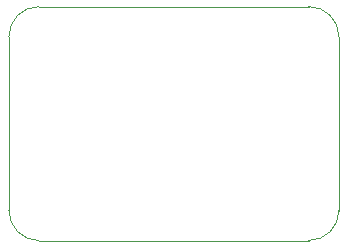
<source format=gbr>
G04 (created by PCBNEW (2013-june-11)-stable) date Wed 28 May 2014 08:32:28 PM PDT*
%MOIN*%
G04 Gerber Fmt 3.4, Leading zero omitted, Abs format*
%FSLAX34Y34*%
G01*
G70*
G90*
G04 APERTURE LIST*
%ADD10C,0.00590551*%
%ADD11C,0.00393701*%
G04 APERTURE END LIST*
G54D10*
G54D11*
X61800Y-55200D02*
X52800Y-55200D01*
X62800Y-56200D02*
X62800Y-62000D01*
X62800Y-56200D02*
G75*
G03X61800Y-55200I-1000J0D01*
G74*
G01*
X51800Y-62000D02*
X51800Y-56200D01*
X61800Y-63000D02*
X52800Y-63000D01*
X61800Y-63000D02*
G75*
G03X62800Y-62000I0J1000D01*
G74*
G01*
X51800Y-62000D02*
G75*
G03X52800Y-63000I1000J0D01*
G74*
G01*
X52800Y-55200D02*
G75*
G03X51800Y-56200I0J-1000D01*
G74*
G01*
M02*

</source>
